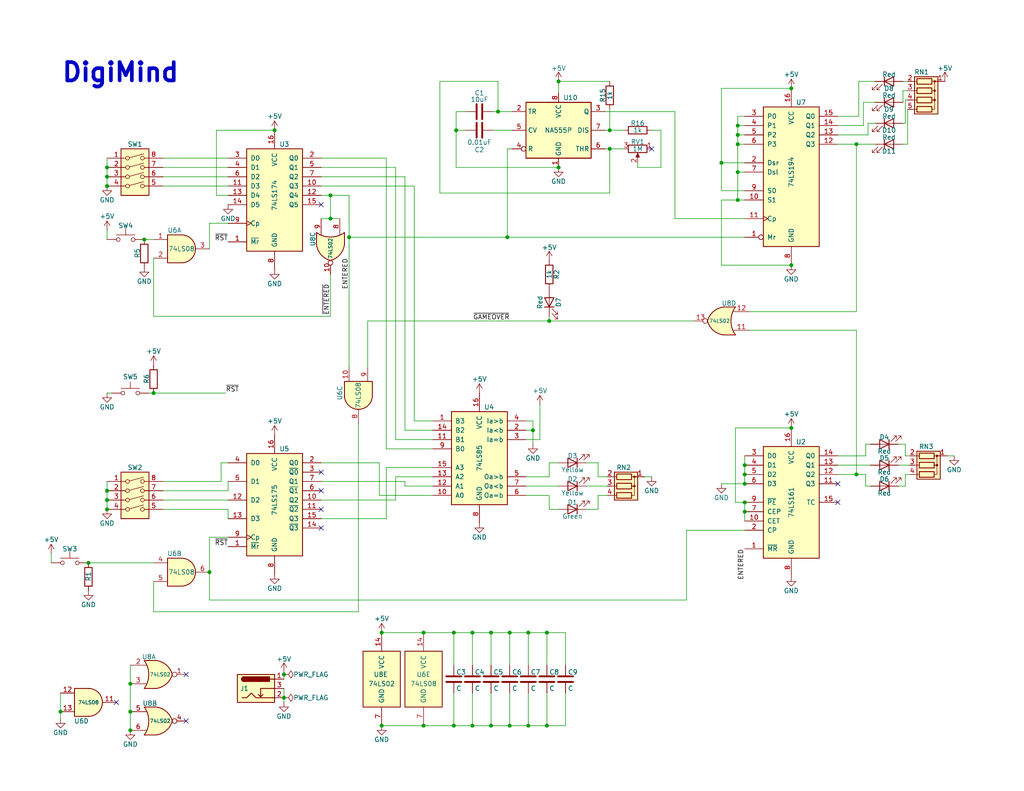
<source format=kicad_sch>
(kicad_sch (version 20231120) (generator "eeschema") (generator_version "8.0")
  (paper "USLetter")
  (title_block (title "DigiMind") (date "2024-06-24") (rev "1.1") (company "RetroStack - Marcel Erz") (comment 4 "A game to guess the master code"))
  (lib_symbols
    (symbol "74xx:74LS02" (pin_names (offset 1.016))
      (property "Reference" "U" (at 0 1.27 0))
      (property "Value" "74LS02" (at 0 -1.27 0))
      (symbol "74LS02_1_1"
        (pin output inverted (at 7.62 0 180) (length 3.81) (name "~") (number "1"))
        (pin input line (at -7.62 2.54 0) (length 4.318) (name "~") (number "2"))
        (pin input line (at -7.62 -2.54 0) (length 4.318) (name "~") (number "3"))
      )
      (symbol "74LS02_1_2"
        (pin output line (at 7.62 0 180) (length 3.81) (name "~") (number "1"))
        (pin input inverted (at -7.62 2.54 0) (length 3.81) (name "~") (number "2"))
        (pin input inverted (at -7.62 -2.54 0) (length 3.81) (name "~") (number "3"))
      )
      (symbol "74LS02_2_1"
        (pin output inverted (at 7.62 0 180) (length 3.81) (name "~") (number "4"))
        (pin input line (at -7.62 2.54 0) (length 4.318) (name "~") (number "5"))
        (pin input line (at -7.62 -2.54 0) (length 4.318) (name "~") (number "6"))
      )
      (symbol "74LS02_2_2"
        (pin output line (at 7.62 0 180) (length 3.81) (name "~") (number "4"))
        (pin input inverted (at -7.62 2.54 0) (length 3.81) (name "~") (number "5"))
        (pin input inverted (at -7.62 -2.54 0) (length 3.81) (name "~") (number "6"))
      )
      (symbol "74LS02_3_1"
        (pin output inverted (at 7.62 0 180) (length 3.81) (name "~") (number "10"))
        (pin input line (at -7.62 2.54 0) (length 4.318) (name "~") (number "8"))
        (pin input line (at -7.62 -2.54 0) (length 4.318) (name "~") (number "9"))
      )
      (symbol "74LS02_3_2"
        (pin output line (at 7.62 0 180) (length 3.81) (name "~") (number "10"))
        (pin input inverted (at -7.62 2.54 0) (length 3.81) (name "~") (number "8"))
        (pin input inverted (at -7.62 -2.54 0) (length 3.81) (name "~") (number "9"))
      )
      (symbol "74LS02_4_1"
        (pin input line (at -7.62 2.54 0) (length 4.318) (name "~") (number "11"))
        (pin input line (at -7.62 -2.54 0) (length 4.318) (name "~") (number "12"))
        (pin output inverted (at 7.62 0 180) (length 3.81) (name "~") (number "13"))
      )
      (symbol "74LS02_4_2"
        (pin input inverted (at -7.62 2.54 0) (length 3.81) (name "~") (number "11"))
        (pin input inverted (at -7.62 -2.54 0) (length 3.81) (name "~") (number "12"))
        (pin output line (at 7.62 0 180) (length 3.81) (name "~") (number "13"))
      )
      (symbol "74LS02_5_0"
        (pin power_in line (at 0 12.7 270) (length 5.08) (name "VCC") (number "14"))
        (pin power_in line (at 0 -12.7 90) (length 5.08) (name "GND") (number "7"))
      )
    )
    (symbol "74xx:74LS08" (pin_names (offset 1.016))
      (property "Reference" "U" (at 0 1.27 0))
      (property "Value" "74LS08" (at 0 -1.27 0))
      (symbol "74LS08_1_1"
        (pin input line (at -7.62 2.54 0) (length 3.81) (name "~") (number "1"))
        (pin input line (at -7.62 -2.54 0) (length 3.81) (name "~") (number "2"))
        (pin output line (at 7.62 0 180) (length 3.81) (name "~") (number "3"))
      )
      (symbol "74LS08_1_2"
        (pin input inverted (at -7.62 2.54 0) (length 4.318) (name "~") (number "1"))
        (pin input inverted (at -7.62 -2.54 0) (length 4.318) (name "~") (number "2"))
        (pin output inverted (at 7.62 0 180) (length 3.81) (name "~") (number "3"))
      )
      (symbol "74LS08_2_1"
        (pin input line (at -7.62 2.54 0) (length 3.81) (name "~") (number "4"))
        (pin input line (at -7.62 -2.54 0) (length 3.81) (name "~") (number "5"))
        (pin output line (at 7.62 0 180) (length 3.81) (name "~") (number "6"))
      )
      (symbol "74LS08_2_2"
        (pin input inverted (at -7.62 2.54 0) (length 4.318) (name "~") (number "4"))
        (pin input inverted (at -7.62 -2.54 0) (length 4.318) (name "~") (number "5"))
        (pin output inverted (at 7.62 0 180) (length 3.81) (name "~") (number "6"))
      )
      (symbol "74LS08_3_1"
        (pin input line (at -7.62 -2.54 0) (length 3.81) (name "~") (number "10"))
        (pin output line (at 7.62 0 180) (length 3.81) (name "~") (number "8"))
        (pin input line (at -7.62 2.54 0) (length 3.81) (name "~") (number "9"))
      )
      (symbol "74LS08_3_2"
        (pin input inverted (at -7.62 -2.54 0) (length 4.318) (name "~") (number "10"))
        (pin output inverted (at 7.62 0 180) (length 3.81) (name "~") (number "8"))
        (pin input inverted (at -7.62 2.54 0) (length 4.318) (name "~") (number "9"))
      )
      (symbol "74LS08_4_1"
        (pin output line (at 7.62 0 180) (length 3.81) (name "~") (number "11"))
        (pin input line (at -7.62 2.54 0) (length 3.81) (name "~") (number "12"))
        (pin input line (at -7.62 -2.54 0) (length 3.81) (name "~") (number "13"))
      )
      (symbol "74LS08_4_2"
        (pin output inverted (at 7.62 0 180) (length 3.81) (name "~") (number "11"))
        (pin input inverted (at -7.62 2.54 0) (length 4.318) (name "~") (number "12"))
        (pin input inverted (at -7.62 -2.54 0) (length 4.318) (name "~") (number "13"))
      )
      (symbol "74LS08_5_0"
        (pin power_in line (at 0 12.7 270) (length 5.08) (name "VCC") (number "14"))
        (pin power_in line (at 0 -12.7 90) (length 5.08) (name "GND") (number "7"))
      )
    )
    (symbol "74xx:74LS161" (pin_names (offset 1.016))
      (property "Reference" "U" (at -7.62 16.51 0))
      (property "Value" "74LS161" (at -7.62 -16.51 0))
      (symbol "74LS161_1_0"
        (pin input line (at -12.7 -12.7 0) (length 5.08) (name "~{MR}") (number "1"))
        (pin input line (at -12.7 -5.08 0) (length 5.08) (name "CET") (number "10"))
        (pin output line (at 12.7 5.08 180) (length 5.08) (name "Q3") (number "11"))
        (pin output line (at 12.7 7.62 180) (length 5.08) (name "Q2") (number "12"))
        (pin output line (at 12.7 10.16 180) (length 5.08) (name "Q1") (number "13"))
        (pin output line (at 12.7 12.7 180) (length 5.08) (name "Q0") (number "14"))
        (pin output line (at 12.7 0 180) (length 5.08) (name "TC") (number "15"))
        (pin power_in line (at 0 20.32 270) (length 5.08) (name "VCC") (number "16"))
        (pin input line (at -12.7 -7.62 0) (length 5.08) (name "CP") (number "2"))
        (pin input line (at -12.7 12.7 0) (length 5.08) (name "D0") (number "3"))
        (pin input line (at -12.7 10.16 0) (length 5.08) (name "D1") (number "4"))
        (pin input line (at -12.7 7.62 0) (length 5.08) (name "D2") (number "5"))
        (pin input line (at -12.7 5.08 0) (length 5.08) (name "D3") (number "6"))
        (pin input line (at -12.7 -2.54 0) (length 5.08) (name "CEP") (number "7"))
        (pin power_in line (at 0 -20.32 90) (length 5.08) (name "GND") (number "8"))
        (pin input line (at -12.7 0 0) (length 5.08) (name "~{PE}") (number "9"))
      )
    )
    (symbol "74xx:74LS174" (pin_names (offset 1.016))
      (property "Reference" "U" (at -7.62 13.97 0))
      (property "Value" "74LS174" (at -7.62 -16.51 0))
      (symbol "74LS174_1_0"
        (pin input line (at -12.7 -12.7 0) (length 5.08) (name "~{Mr}") (number "1"))
        (pin output line (at 12.7 2.54 180) (length 5.08) (name "Q3") (number "10"))
        (pin input line (at -12.7 2.54 0) (length 5.08) (name "D3") (number "11"))
        (pin output line (at 12.7 0 180) (length 5.08) (name "Q4") (number "12"))
        (pin input line (at -12.7 0 0) (length 5.08) (name "D4") (number "13"))
        (pin input line (at -12.7 -2.54 0) (length 5.08) (name "D5") (number "14"))
        (pin output line (at 12.7 -2.54 180) (length 5.08) (name "Q5") (number "15"))
        (pin power_in line (at 0 17.78 270) (length 5.08) (name "VCC") (number "16"))
        (pin output line (at 12.7 10.16 180) (length 5.08) (name "Q0") (number "2"))
        (pin input line (at -12.7 10.16 0) (length 5.08) (name "D0") (number "3"))
        (pin input line (at -12.7 7.62 0) (length 5.08) (name "D1") (number "4"))
        (pin output line (at 12.7 7.62 180) (length 5.08) (name "Q1") (number "5"))
        (pin input line (at -12.7 5.08 0) (length 5.08) (name "D2") (number "6"))
        (pin output line (at 12.7 5.08 180) (length 5.08) (name "Q2") (number "7"))
        (pin power_in line (at 0 -20.32 90) (length 5.08) (name "GND") (number "8"))
        (pin input clock (at -12.7 -7.62 0) (length 5.08) (name "Cp") (number "9"))
      )
    )
    (symbol "74xx:74LS175" (pin_names (offset 1.016))
      (property "Reference" "U" (at -7.62 13.97 0))
      (property "Value" "74LS175" (at -7.62 -16.51 0))
      (symbol "74LS175_1_0"
        (pin input line (at -12.7 -12.7 0) (length 5.08) (name "~{Mr}") (number "1"))
        (pin output line (at 12.7 0 180) (length 5.08) (name "Q2") (number "10"))
        (pin output line (at 12.7 -2.54 180) (length 5.08) (name "~{Q2}") (number "11"))
        (pin input line (at -12.7 0 0) (length 5.08) (name "D2") (number "12"))
        (pin input line (at -12.7 -5.08 0) (length 5.08) (name "D3") (number "13"))
        (pin output line (at 12.7 -7.62 180) (length 5.08) (name "~{Q3}") (number "14"))
        (pin output line (at 12.7 -5.08 180) (length 5.08) (name "Q3") (number "15"))
        (pin power_in line (at 0 17.78 270) (length 5.08) (name "VCC") (number "16"))
        (pin output line (at 12.7 10.16 180) (length 5.08) (name "Q0") (number "2"))
        (pin output line (at 12.7 7.62 180) (length 5.08) (name "~{Q0}") (number "3"))
        (pin input line (at -12.7 10.16 0) (length 5.08) (name "D0") (number "4"))
        (pin input line (at -12.7 5.08 0) (length 5.08) (name "D1") (number "5"))
        (pin output line (at 12.7 2.54 180) (length 5.08) (name "~{Q1}") (number "6"))
        (pin output line (at 12.7 5.08 180) (length 5.08) (name "Q1") (number "7"))
        (pin power_in line (at 0 -20.32 90) (length 5.08) (name "GND") (number "8"))
        (pin input clock (at -12.7 -10.16 0) (length 5.08) (name "Cp") (number "9"))
      )
    )
    (symbol "74xx:74LS194" (pin_names (offset 1.016))
      (property "Reference" "U" (at -7.62 19.05 0))
      (property "Value" "74LS194" (at -7.62 -21.59 0))
      (symbol "74LS194_1_0"
        (pin input inverted (at -12.7 -17.78 0) (length 5.08) (name "Mr") (number "1"))
        (pin input line (at -12.7 -7.62 0) (length 5.08) (name "S1") (number "10"))
        (pin input clock (at -12.7 -12.7 0) (length 5.08) (name "Cp") (number "11"))
        (pin output line (at 12.7 7.62 180) (length 5.08) (name "Q3") (number "12"))
        (pin output line (at 12.7 10.16 180) (length 5.08) (name "Q2") (number "13"))
        (pin output line (at 12.7 12.7 180) (length 5.08) (name "Q1") (number "14"))
        (pin output line (at 12.7 15.24 180) (length 5.08) (name "Q0") (number "15"))
        (pin power_in line (at 0 22.86 270) (length 5.08) (name "VCC") (number "16"))
        (pin input line (at -12.7 2.54 0) (length 5.08) (name "Dsr") (number "2"))
        (pin input line (at -12.7 15.24 0) (length 5.08) (name "P0") (number "3"))
        (pin input line (at -12.7 12.7 0) (length 5.08) (name "P1") (number "4"))
        (pin input line (at -12.7 10.16 0) (length 5.08) (name "P2") (number "5"))
        (pin input line (at -12.7 7.62 0) (length 5.08) (name "P3") (number "6"))
        (pin input line (at -12.7 0 0) (length 5.08) (name "Dsl") (number "7"))
        (pin power_in line (at 0 -25.4 90) (length 5.08) (name "GND") (number "8"))
        (pin input line (at -12.7 -5.08 0) (length 5.08) (name "S0") (number "9"))
      )
    )
    (symbol "74xx:74LS85" (pin_names (offset 1.016))
      (property "Reference" "U" (at -7.62 13.97 0))
      (property "Value" "74LS85" (at -7.62 -13.97 0))
      (symbol "74LS85_1_0"
        (pin input line (at -12.7 10.16 0) (length 5.08) (name "B3") (number "1"))
        (pin input line (at -12.7 -10.16 0) (length 5.08) (name "A0") (number "10"))
        (pin input line (at -12.7 5.08 0) (length 5.08) (name "B1") (number "11"))
        (pin input line (at -12.7 -7.62 0) (length 5.08) (name "A1") (number "12"))
        (pin input line (at -12.7 -5.08 0) (length 5.08) (name "A2") (number "13"))
        (pin input line (at -12.7 7.62 0) (length 5.08) (name "B2") (number "14"))
        (pin input line (at -12.7 -2.54 0) (length 5.08) (name "A3") (number "15"))
        (pin power_in line (at 0 17.78 270) (length 5.08) (name "VCC") (number "16"))
        (pin input line (at 12.7 7.62 180) (length 5.08) (name "Ia<b") (number "2"))
        (pin input line (at 12.7 5.08 180) (length 5.08) (name "Ia=b") (number "3"))
        (pin input line (at 12.7 10.16 180) (length 5.08) (name "Ia>b") (number "4"))
        (pin output line (at 12.7 -5.08 180) (length 5.08) (name "Oa>b") (number "5"))
        (pin output line (at 12.7 -10.16 180) (length 5.08) (name "Oa=b") (number "6"))
        (pin output line (at 12.7 -7.62 180) (length 5.08) (name "Oa<b") (number "7"))
        (pin power_in line (at 0 -17.78 90) (length 5.08) (name "GND") (number "8"))
        (pin input line (at -12.7 2.54 0) (length 5.08) (name "B0") (number "9"))
      )
    )
    (symbol "Connector:Barrel_Jack_Switch" (pin_names hide)
      (property "Reference" "J" (at 0 5.334 0))
      (property "Value" "Barrel_Jack_Switch" (at 0 -5.08 0))
      (symbol "Barrel_Jack_Switch_1_1"
        (pin passive line (at 7.62 2.54 180) (length 2.54) (name "~") (number "1"))
        (pin passive line (at 7.62 -2.54 180) (length 2.54) (name "~") (number "2"))
        (pin passive line (at 7.62 0 180) (length 2.54) (name "~") (number "3"))
      )
    )
    (symbol "Device:C" (pin_numbers hide) (pin_names (offset 0.254))
      (property "Reference" "C" (at 0.635 2.54 0))
      (property "Value" "C" (at 0.635 -2.54 0))
      (symbol "C_1_1"
        (pin passive line (at 0 3.81 270) (length 2.794) (name "~") (number "1"))
        (pin passive line (at 0 -3.81 90) (length 2.794) (name "~") (number "2"))
      )
    )
    (symbol "Device:LED" (pin_numbers hide) (pin_names (offset 1.016) hide)
      (property "Reference" "D" (at 0 2.54 0))
      (property "Value" "LED" (at 0 -2.54 0))
      (symbol "LED_1_1"
        (pin passive line (at -3.81 0 0) (length 2.54) (name "K") (number "1"))
        (pin passive line (at 3.81 0 180) (length 2.54) (name "A") (number "2"))
      )
    )
    (symbol "Device:R" (pin_numbers hide) (pin_names (offset 0))
      (property "Reference" "R" (at 2.032 0 90))
      (property "Value" "R" (at 0 0 90))
      (symbol "R_1_1"
        (pin passive line (at 0 3.81 270) (length 1.27) (name "~") (number "1"))
        (pin passive line (at 0 -3.81 90) (length 1.27) (name "~") (number "2"))
      )
    )
    (symbol "Device:R_Network03" (pin_names (offset 0) hide)
      (property "Reference" "RN" (at -5.08 0 90))
      (property "Value" "R_Network03" (at 5.08 0 90))
      (symbol "R_Network03_1_1"
        (pin passive line (at -2.54 5.08 270) (length 2.54) (name "common") (number "1"))
        (pin passive line (at -2.54 -5.08 90) (length 1.27) (name "R1") (number "2"))
        (pin passive line (at 0 -5.08 90) (length 1.27) (name "R2") (number "3"))
        (pin passive line (at 2.54 -5.08 90) (length 1.27) (name "R3") (number "4"))
      )
    )
    (symbol "Device:R_Network04" (pin_names (offset 0) hide)
      (property "Reference" "RN" (at -7.62 0 90))
      (property "Value" "R_Network04" (at 5.08 0 90))
      (symbol "R_Network04_1_1"
        (pin passive line (at -5.08 5.08 270) (length 2.54) (name "common") (number "1"))
        (pin passive line (at -5.08 -5.08 90) (length 1.27) (name "R1") (number "2"))
        (pin passive line (at -2.54 -5.08 90) (length 1.27) (name "R2") (number "3"))
        (pin passive line (at 0 -5.08 90) (length 1.27) (name "R3") (number "4"))
        (pin passive line (at 2.54 -5.08 90) (length 1.27) (name "R4") (number "5"))
      )
    )
    (symbol "Device:R_Potentiometer" (pin_names (offset 1.016) hide)
      (property "Reference" "RV" (at -4.445 0 90))
      (property "Value" "R_Potentiometer" (at -2.54 0 90))
      (symbol "R_Potentiometer_1_1"
        (pin passive line (at 0 3.81 270) (length 1.27) (name "1") (number "1"))
        (pin passive line (at 3.81 0 180) (length 1.27) (name "2") (number "2"))
        (pin passive line (at 0 -3.81 90) (length 1.27) (name "3") (number "3"))
      )
    )
    (symbol "Switch:SW_DIP_x04" (pin_names (offset 0) hide)
      (property "Reference" "SW" (at 0 8.89 0))
      (property "Value" "SW_DIP_x04" (at 0 -6.35 0))
      (symbol "SW_DIP_x04_1_1"
        (pin passive line (at -7.62 5.08 0) (length 5.08) (name "~") (number "1"))
        (pin passive line (at -7.62 2.54 0) (length 5.08) (name "~") (number "2"))
        (pin passive line (at -7.62 0 0) (length 5.08) (name "~") (number "3"))
        (pin passive line (at -7.62 -2.54 0) (length 5.08) (name "~") (number "4"))
        (pin passive line (at 7.62 -2.54 180) (length 5.08) (name "~") (number "5"))
        (pin passive line (at 7.62 0 180) (length 5.08) (name "~") (number "6"))
        (pin passive line (at 7.62 2.54 180) (length 5.08) (name "~") (number "7"))
        (pin passive line (at 7.62 5.08 180) (length 5.08) (name "~") (number "8"))
      )
    )
    (symbol "Switch:SW_Push" (pin_numbers hide) (pin_names (offset 1.016) hide)
      (property "Reference" "SW" (at 1.27 2.54 0))
      (property "Value" "SW_Push" (at 0 -1.524 0))
      (symbol "SW_Push_0_1"
        (pin passive line (at -5.08 0 0) (length 2.54) (name "1") (number "1"))
        (pin passive line (at 5.08 0 180) (length 2.54) (name "2") (number "2"))
      )
    )
    (symbol "Timer:NA555P"
      (property "Reference" "U" (at -10.16 8.89 0))
      (property "Value" "NA555P" (at 2.54 8.89 0))
      (symbol "NA555P_0_0"
        (pin power_in line (at 0 -10.16 90) (length 2.54) (name "GND") (number "1"))
        (pin power_in line (at 0 10.16 270) (length 2.54) (name "VCC") (number "8"))
      )
      (symbol "NA555P_1_1"
        (pin input line (at -12.7 5.08 0) (length 3.81) (name "TR") (number "2"))
        (pin output line (at 12.7 5.08 180) (length 3.81) (name "Q") (number "3"))
        (pin input inverted (at -12.7 -5.08 0) (length 3.81) (name "R") (number "4"))
        (pin input line (at -12.7 0 0) (length 3.81) (name "CV") (number "5"))
        (pin input line (at 12.7 -5.08 180) (length 3.81) (name "THR") (number "6"))
        (pin input line (at 12.7 0 180) (length 3.81) (name "DIS") (number "7"))
      )
    )
    (symbol "power:+5V" (power) (pin_names (offset 0))
      (property "Value" "+5V" (at 0 3.556 0))
      (symbol "+5V_1_1"
        (pin power_in line (at 0 0 90) (length 0) hide (name "+5V") (number "1"))
      )
    )
    (symbol "power:GND" (power) (pin_names (offset 0))
      (property "Value" "GND" (at 0 -3.81 0))
      (symbol "GND_1_1"
        (pin power_in line (at 0 0 270) (length 0) hide (name "GND") (number "1"))
      )
    )
    (symbol "power:PWR_FLAG" (power) (pin_numbers hide) (pin_names (offset 0) hide)
      (property "Value" "PWR_FLAG" (at 0 3.81 0))
      (symbol "PWR_FLAG_0_0"
        (pin power_out line (at 0 0 90) (length 0) (name "pwr") (number "1"))
      )
    )
  )
  (junction (at 133.985 198.12))
  (junction (at 104.14 172.72))
  (junction (at 29.21 136.525))
  (junction (at 201.295 34.29))
  (junction (at 29.21 133.985))
  (junction (at 16.51 194.31))
  (junction (at 233.68 129.54))
  (junction (at 139.065 172.72))
  (junction (at 135.89 30.48))
  (junction (at 203.2 127))
  (junction (at 123.825 198.12))
  (junction (at 35.56 194.31))
  (junction (at 152.4 22.225))
  (junction (at 128.905 172.72))
  (junction (at 104.14 198.12))
  (junction (at 29.21 45.72))
  (junction (at 90.17 59.69))
  (junction (at 203.2 139.7))
  (junction (at 203.2 137.16))
  (junction (at 41.91 107.315))
  (junction (at 215.9 24.13))
  (junction (at 149.225 198.12))
  (junction (at 149.225 172.72))
  (junction (at 95.25 64.77))
  (junction (at 203.2 129.54))
  (junction (at 215.9 116.84))
  (junction (at 29.21 139.065))
  (junction (at 201.295 36.83))
  (junction (at 123.825 172.72))
  (junction (at 203.2 132.08))
  (junction (at 39.37 65.405))
  (junction (at 77.47 184.15))
  (junction (at 35.56 199.39))
  (junction (at 24.13 153.67))
  (junction (at 149.86 87.63))
  (junction (at 138.43 64.77))
  (junction (at 74.93 35.56))
  (junction (at 201.295 46.99))
  (junction (at 29.21 48.26))
  (junction (at 166.37 35.56))
  (junction (at 145.415 117.475))
  (junction (at 139.065 198.12))
  (junction (at 128.905 198.12))
  (junction (at 124.46 35.56))
  (junction (at 201.295 39.37))
  (junction (at 57.15 156.21))
  (junction (at 144.145 172.72))
  (junction (at 201.295 54.61))
  (junction (at 166.37 40.64))
  (junction (at 215.9 72.39))
  (junction (at 115.57 198.12))
  (junction (at 144.145 198.12))
  (junction (at 152.4 45.72))
  (junction (at 35.56 186.69))
  (junction (at 133.985 172.72))
  (junction (at 77.47 190.5))
  (junction (at 115.57 172.72))
  (junction (at 196.85 44.45))
  (junction (at 90.17 53.34))
  (junction (at 233.68 39.37))
  (junction (at 29.21 50.8))
  (no_connect (at 50.8 184.15))
  (no_connect (at 31.75 191.77))
  (no_connect (at 228.6 132.08))
  (no_connect (at 87.63 133.985))
  (no_connect (at 177.8 40.64))
  (no_connect (at 87.63 128.905))
  (no_connect (at 50.8 196.85))
  (no_connect (at 87.63 144.145))
  (no_connect (at 87.63 55.88))
  (no_connect (at 228.6 137.16))
  (no_connect (at 87.63 139.065))
  (wire (pts (xy 196.85 72.39) (xy 215.9 72.39)))
  (wire (pts (xy 123.825 172.72) (xy 123.825 181.61)))
  (wire (pts (xy 203.2 129.54) (xy 203.2 132.08)))
  (wire (pts (xy 149.225 172.72) (xy 144.145 172.72)))
  (wire (pts (xy 152.4 132.715) (xy 143.51 132.715)))
  (wire (pts (xy 154.305 181.61) (xy 154.305 172.72)))
  (wire (pts (xy 173.99 44.45) (xy 173.99 45.72)))
  (wire (pts (xy 149.86 87.63) (xy 189.23 87.63)))
  (wire (pts (xy 77.47 183.515) (xy 77.47 184.15)))
  (wire (pts (xy 204.47 90.17) (xy 233.68 90.17)))
  (wire (pts (xy 154.305 172.72) (xy 149.225 172.72)))
  (wire (pts (xy 163.195 126.365) (xy 160.02 126.365)))
  (wire (pts (xy 203.2 139.7) (xy 203.2 137.16)))
  (wire (pts (xy 247.015 129.54) (xy 247.015 132.715)))
  (wire (pts (xy 57.15 60.96) (xy 62.23 60.96)))
  (wire (pts (xy 118.11 114.935) (xy 113.03 114.935)))
  (wire (pts (xy 110.49 132.715) (xy 110.49 131.445)))
  (wire (pts (xy 184.15 59.69) (xy 203.2 59.69)))
  (wire (pts (xy 44.45 136.525) (xy 62.23 136.525)))
  (wire (pts (xy 135.89 30.48) (xy 139.7 30.48)))
  (wire (pts (xy 166.37 35.56) (xy 170.18 35.56)))
  (wire (pts (xy 87.63 136.525) (xy 107.95 136.525)))
  (wire (pts (xy 246.38 39.37) (xy 247.65 39.37)))
  (wire (pts (xy 97.79 115.57) (xy 97.79 167.005)))
  (wire (pts (xy 246.38 33.655) (xy 247.015 33.655)))
  (wire (pts (xy 233.68 39.37) (xy 238.76 39.37)))
  (wire (pts (xy 201.295 46.99) (xy 201.295 54.61)))
  (wire (pts (xy 77.47 184.15) (xy 77.47 185.42)))
  (wire (pts (xy 228.6 34.29) (xy 235.585 34.29)))
  (wire (pts (xy 44.45 45.72) (xy 62.23 45.72)))
  (wire (pts (xy 154.305 189.23) (xy 154.305 198.12)))
  (wire (pts (xy 187.325 163.83) (xy 187.325 144.78)))
  (wire (pts (xy 203.2 52.07) (xy 196.85 52.07)))
  (wire (pts (xy 228.6 31.75) (xy 234.315 31.75)))
  (wire (pts (xy 95.25 64.77) (xy 138.43 64.77)))
  (wire (pts (xy 247.65 24.765) (xy 246.38 24.765)))
  (wire (pts (xy 118.11 130.175) (xy 107.95 130.175)))
  (wire (pts (xy 44.45 131.445) (xy 60.325 131.445)))
  (wire (pts (xy 133.985 189.23) (xy 133.985 198.12)))
  (wire (pts (xy 62.23 131.445) (xy 62.23 133.985)))
  (wire (pts (xy 95.25 53.34) (xy 95.25 64.77)))
  (wire (pts (xy 39.37 65.405) (xy 41.91 65.405)))
  (wire (pts (xy 247.015 124.46) (xy 248.285 124.46)))
  (wire (pts (xy 201.295 31.75) (xy 201.295 34.29)))
  (wire (pts (xy 236.22 132.715) (xy 237.49 132.715)))
  (wire (pts (xy 166.37 40.64) (xy 166.37 52.705)))
  (wire (pts (xy 107.95 120.015) (xy 118.11 120.015)))
  (wire (pts (xy 41.91 167.005) (xy 97.79 167.005)))
  (wire (pts (xy 228.6 39.37) (xy 233.68 39.37)))
  (wire (pts (xy 145.415 117.475) (xy 143.51 117.475)))
  (wire (pts (xy 87.63 50.8) (xy 113.03 50.8)))
  (wire (pts (xy 152.4 22.225) (xy 152.4 25.4)))
  (wire (pts (xy 203.2 54.61) (xy 201.295 54.61)))
  (wire (pts (xy 234.315 22.225) (xy 238.76 22.225)))
  (wire (pts (xy 104.14 172.72) (xy 115.57 172.72)))
  (wire (pts (xy 196.85 54.61) (xy 196.85 72.39)))
  (wire (pts (xy 105.41 43.18) (xy 105.41 122.555)))
  (wire (pts (xy 123.825 189.23) (xy 123.825 198.12)))
  (wire (pts (xy 203.2 127) (xy 203.2 129.54)))
  (wire (pts (xy 35.56 194.31) (xy 35.56 199.39)))
  (wire (pts (xy 149.86 139.065) (xy 149.86 135.255)))
  (wire (pts (xy 152.4 126.365) (xy 149.86 126.365)))
  (wire (pts (xy 180.34 45.72) (xy 180.34 35.56)))
  (wire (pts (xy 201.295 46.99) (xy 203.2 46.99)))
  (wire (pts (xy 165.1 30.48) (xy 184.15 30.48)))
  (wire (pts (xy 35.56 181.61) (xy 35.56 186.69)))
  (wire (pts (xy 13.97 153.67) (xy 13.97 151.13)))
  (wire (pts (xy 41.91 70.485) (xy 41.91 86.36)))
  (wire (pts (xy 201.295 39.37) (xy 203.2 39.37)))
  (wire (pts (xy 44.45 43.18) (xy 62.23 43.18)))
  (wire (pts (xy 152.4 22.225) (xy 166.37 22.225)))
  (wire (pts (xy 134.62 35.56) (xy 139.7 35.56)))
  (wire (pts (xy 77.47 190.5) (xy 77.47 191.77)))
  (wire (pts (xy 149.225 189.23) (xy 149.225 198.12)))
  (wire (pts (xy 143.51 114.935) (xy 145.415 114.935)))
  (wire (pts (xy 144.145 189.23) (xy 144.145 198.12)))
  (wire (pts (xy 135.89 22.225) (xy 135.89 30.48)))
  (wire (pts (xy 236.855 33.655) (xy 236.855 36.83)))
  (wire (pts (xy 163.195 130.175) (xy 163.195 126.365)))
  (wire (pts (xy 235.585 27.94) (xy 238.76 27.94)))
  (wire (pts (xy 128.905 189.23) (xy 128.905 198.12)))
  (wire (pts (xy 149.86 86.36) (xy 149.86 87.63)))
  (wire (pts (xy 128.905 198.12) (xy 123.825 198.12)))
  (wire (pts (xy 138.43 40.64) (xy 138.43 64.77)))
  (wire (pts (xy 103.505 126.365) (xy 103.505 135.255)))
  (wire (pts (xy 87.63 43.18) (xy 105.41 43.18)))
  (wire (pts (xy 87.63 45.72) (xy 107.95 45.72)))
  (wire (pts (xy 203.2 144.78) (xy 187.325 144.78)))
  (wire (pts (xy 160.02 132.715) (xy 165.735 132.715)))
  (wire (pts (xy 149.225 198.12) (xy 144.145 198.12)))
  (wire (pts (xy 118.11 127.635) (xy 105.41 127.635)))
  (wire (pts (xy 177.8 130.175) (xy 175.895 130.175)))
  (wire (pts (xy 165.735 135.255) (xy 163.195 135.255)))
  (wire (pts (xy 110.49 117.475) (xy 118.11 117.475)))
  (wire (pts (xy 149.86 130.175) (xy 143.51 130.175)))
  (wire (pts (xy 201.295 36.83) (xy 201.295 39.37)))
  (wire (pts (xy 228.6 129.54) (xy 233.68 129.54)))
  (wire (pts (xy 201.295 34.29) (xy 203.2 34.29)))
  (wire (pts (xy 247.65 29.845) (xy 247.65 39.37)))
  (wire (pts (xy 247.65 27.305) (xy 247.015 27.305)))
  (wire (pts (xy 16.51 194.31) (xy 16.51 196.215)))
  (wire (pts (xy 128.905 172.72) (xy 123.825 172.72)))
  (wire (pts (xy 145.415 114.935) (xy 145.415 117.475)))
  (wire (pts (xy 24.13 153.67) (xy 41.91 153.67)))
  (wire (pts (xy 41.91 107.315) (xy 61.595 107.315)))
  (wire (pts (xy 166.37 40.64) (xy 170.18 40.64)))
  (wire (pts (xy 62.23 146.685) (xy 57.15 146.685)))
  (wire (pts (xy 133.985 172.72) (xy 128.905 172.72)))
  (wire (pts (xy 57.15 60.96) (xy 57.15 67.945)))
  (wire (pts (xy 41.91 158.75) (xy 41.91 167.005)))
  (wire (pts (xy 95.25 64.77) (xy 95.25 100.33)))
  (wire (pts (xy 163.195 130.175) (xy 165.735 130.175)))
  (wire (pts (xy 105.41 122.555) (xy 118.11 122.555)))
  (wire (pts (xy 180.34 35.56) (xy 177.8 35.56)))
  (wire (pts (xy 41.91 86.36) (xy 90.17 86.36)))
  (wire (pts (xy 147.32 110.49) (xy 147.32 120.015)))
  (wire (pts (xy 29.21 133.985) (xy 29.21 136.525)))
  (wire (pts (xy 245.11 132.715) (xy 247.015 132.715)))
  (wire (pts (xy 138.43 40.64) (xy 139.7 40.64)))
  (wire (pts (xy 103.505 135.255) (xy 118.11 135.255)))
  (wire (pts (xy 30.48 107.315) (xy 29.21 107.315)))
  (wire (pts (xy 40.64 107.315) (xy 41.91 107.315)))
  (wire (pts (xy 149.86 126.365) (xy 149.86 130.175)))
  (wire (pts (xy 113.03 114.935) (xy 113.03 50.8)))
  (wire (pts (xy 124.46 45.72) (xy 152.4 45.72)))
  (wire (pts (xy 203.2 31.75) (xy 201.295 31.75)))
  (wire (pts (xy 124.46 35.56) (xy 127 35.56)))
  (wire (pts (xy 203.2 124.46) (xy 203.2 127)))
  (wire (pts (xy 29.21 65.405) (xy 29.21 62.865)))
  (wire (pts (xy 234.315 31.75) (xy 234.315 22.225)))
  (wire (pts (xy 144.145 172.72) (xy 144.145 181.61)))
  (wire (pts (xy 57.15 156.21) (xy 57.15 163.83)))
  (wire (pts (xy 120.015 22.225) (xy 135.89 22.225)))
  (wire (pts (xy 110.49 48.26) (xy 87.63 48.26)))
  (wire (pts (xy 196.85 44.45) (xy 203.2 44.45)))
  (wire (pts (xy 149.86 135.255) (xy 143.51 135.255)))
  (wire (pts (xy 29.21 131.445) (xy 29.21 133.985)))
  (wire (pts (xy 128.905 172.72) (xy 128.905 181.61)))
  (wire (pts (xy 120.015 22.225) (xy 120.015 52.705)))
  (wire (pts (xy 200.66 116.84) (xy 215.9 116.84)))
  (wire (pts (xy 196.85 44.45) (xy 196.85 24.13)))
  (wire (pts (xy 62.23 141.605) (xy 62.23 139.065)))
  (wire (pts (xy 248.285 129.54) (xy 247.015 129.54)))
  (wire (pts (xy 196.85 24.13) (xy 215.9 24.13)))
  (wire (pts (xy 44.45 50.8) (xy 62.23 50.8)))
  (wire (pts (xy 124.46 35.56) (xy 124.46 45.72)))
  (wire (pts (xy 144.145 198.12) (xy 139.065 198.12)))
  (wire (pts (xy 59.055 53.34) (xy 59.055 35.56)))
  (wire (pts (xy 90.17 74.93) (xy 90.17 86.36)))
  (wire (pts (xy 233.68 129.54) (xy 236.22 129.54)))
  (wire (pts (xy 29.21 136.525) (xy 29.21 139.065)))
  (wire (pts (xy 201.295 54.61) (xy 196.85 54.61)))
  (wire (pts (xy 247.015 27.305) (xy 247.015 33.655)))
  (wire (pts (xy 110.49 48.26) (xy 110.49 117.475)))
  (wire (pts (xy 29.21 48.26) (xy 29.21 50.8)))
  (wire (pts (xy 236.22 124.46) (xy 228.6 124.46)))
  (wire (pts (xy 16.51 189.23) (xy 16.51 194.31)))
  (wire (pts (xy 62.23 53.34) (xy 59.055 53.34)))
  (wire (pts (xy 127 30.48) (xy 124.46 30.48)))
  (wire (pts (xy 160.02 139.065) (xy 163.195 139.065)))
  (wire (pts (xy 118.11 132.715) (xy 110.49 132.715)))
  (wire (pts (xy 87.63 126.365) (xy 103.505 126.365)))
  (wire (pts (xy 173.99 45.72) (xy 180.34 45.72)))
  (wire (pts (xy 245.11 121.285) (xy 247.015 121.285)))
  (wire (pts (xy 196.85 52.07) (xy 196.85 44.45)))
  (wire (pts (xy 105.41 141.605) (xy 87.63 141.605)))
  (wire (pts (xy 165.1 35.56) (xy 166.37 35.56)))
  (wire (pts (xy 236.855 33.655) (xy 238.76 33.655)))
  (wire (pts (xy 165.1 40.64) (xy 166.37 40.64)))
  (wire (pts (xy 134.62 30.48) (xy 135.89 30.48)))
  (wire (pts (xy 147.32 120.015) (xy 143.51 120.015)))
  (wire (pts (xy 163.195 135.255) (xy 163.195 139.065)))
  (wire (pts (xy 139.065 172.72) (xy 133.985 172.72)))
  (wire (pts (xy 235.585 34.29) (xy 235.585 27.94)))
  (wire (pts (xy 29.21 45.72) (xy 29.21 48.26)))
  (wire (pts (xy 57.15 163.83) (xy 187.325 163.83)))
  (wire (pts (xy 201.295 36.83) (xy 203.2 36.83)))
  (wire (pts (xy 236.22 121.285) (xy 237.49 121.285)))
  (wire (pts (xy 124.46 30.48) (xy 124.46 35.56)))
  (wire (pts (xy 44.45 133.985) (xy 62.23 133.985)))
  (wire (pts (xy 228.6 36.83) (xy 236.855 36.83)))
  (wire (pts (xy 245.11 127) (xy 248.285 127)))
  (wire (pts (xy 149.86 139.065) (xy 152.4 139.065)))
  (wire (pts (xy 201.295 39.37) (xy 201.295 46.99)))
  (wire (pts (xy 138.43 64.77) (xy 203.2 64.77)))
  (wire (pts (xy 247.015 121.285) (xy 247.015 124.46)))
  (wire (pts (xy 166.37 29.845) (xy 166.37 35.56)))
  (wire (pts (xy 35.56 186.69) (xy 35.56 194.31)))
  (wire (pts (xy 201.295 34.29) (xy 201.295 36.83)))
  (wire (pts (xy 139.065 189.23) (xy 139.065 198.12)))
  (wire (pts (xy 120.015 52.705) (xy 166.37 52.705)))
  (wire (pts (xy 260.35 124.46) (xy 258.445 124.46)))
  (wire (pts (xy 59.055 35.56) (xy 74.93 35.56)))
  (wire (pts (xy 233.68 129.54) (xy 233.68 90.17)))
  (wire (pts (xy 29.21 43.18) (xy 29.21 45.72)))
  (wire (pts (xy 60.325 126.365) (xy 60.325 131.445)))
  (wire (pts (xy 123.825 172.72) (xy 115.57 172.72)))
  (wire (pts (xy 228.6 127) (xy 237.49 127)))
  (wire (pts (xy 44.45 48.26) (xy 62.23 48.26)))
  (wire (pts (xy 246.38 24.765) (xy 246.38 27.94)))
  (wire (pts (xy 184.15 30.48) (xy 184.15 59.69)))
  (wire (pts (xy 236.22 129.54) (xy 236.22 132.715)))
  (wire (pts (xy 87.63 59.69) (xy 90.17 59.69)))
  (wire (pts (xy 154.305 198.12) (xy 149.225 198.12)))
  (wire (pts (xy 200.66 137.16) (xy 200.66 116.84)))
  (wire (pts (xy 133.985 172.72) (xy 133.985 181.61)))
  (wire (pts (xy 44.45 139.065) (xy 62.23 139.065)))
  (wire (pts (xy 100.33 87.63) (xy 100.33 100.33)))
  (wire (pts (xy 62.23 126.365) (xy 60.325 126.365)))
  (wire (pts (xy 236.22 121.285) (xy 236.22 124.46)))
  (wire (pts (xy 139.065 172.72) (xy 139.065 181.61)))
  (wire (pts (xy 107.95 130.175) (xy 107.95 136.525)))
  (wire (pts (xy 57.15 146.685) (xy 57.15 156.21)))
  (wire (pts (xy 104.14 198.12) (xy 115.57 198.12)))
  (wire (pts (xy 233.68 39.37) (xy 233.68 85.09)))
  (wire (pts (xy 144.145 172.72) (xy 139.065 172.72)))
  (wire (pts (xy 90.17 53.34) (xy 87.63 53.34)))
  (wire (pts (xy 77.47 187.96) (xy 77.47 190.5)))
  (wire (pts (xy 203.2 137.16) (xy 200.66 137.16)))
  (wire (pts (xy 133.985 198.12) (xy 128.905 198.12)))
  (wire (pts (xy 145.415 121.285) (xy 145.415 117.475)))
  (wire (pts (xy 246.38 22.225) (xy 247.65 22.225)))
  (wire (pts (xy 196.85 132.08) (xy 203.2 132.08)))
  (wire (pts (xy 123.825 198.12) (xy 115.57 198.12)))
  (wire (pts (xy 100.33 87.63) (xy 149.86 87.63)))
  (wire (pts (xy 110.49 131.445) (xy 87.63 131.445)))
  (wire (pts (xy 105.41 127.635) (xy 105.41 141.605)))
  (wire (pts (xy 203.2 142.24) (xy 203.2 139.7)))
  (wire (pts (xy 90.17 53.34) (xy 95.25 53.34)))
  (wire (pts (xy 139.065 198.12) (xy 133.985 198.12)))
  (wire (pts (xy 107.95 45.72) (xy 107.95 120.015)))
  (wire (pts (xy 90.17 53.34) (xy 90.17 59.69)))
  (wire (pts (xy 149.225 172.72) (xy 149.225 181.61)))
  (wire (pts (xy 92.71 59.69) (xy 90.17 59.69)))
  (wire (pts (xy 204.47 85.09) (xy 233.68 85.09)))
  (text "DigiMind" (at 16.51 22.86 0) (effects (font (size 5 5) (thickness 1) (bold yes)) (justify left bottom)))
  (label "~{ENTERED}" (at 90.17 77.47 270))
  (label "ENTERED" (at 95.25 70.485 270))
  (label "~{RST}" (at 62.23 66.04 180))
  (label "~{RST}" (at 62.23 149.225 180))
  (label "~{RST}" (at 61.595 107.315 0))
  (label "ENTERED" (at 203.2 149.86 270))
  (label "~{GAMEOVER}" (at 139.065 87.63 180))
  (symbol (lib_id "power:GND") (at 29.21 139.065 0) (unit 1)
    (property "Reference" "#PWR03" (effects (hide yes)))
    (property "Value" "GND" (at 29.21 142.875 0))
  )
  (symbol (lib_id "power:+5V") (at 130.81 107.315 0) (unit 1)
    (property "Reference" "#PWR013" (effects (hide yes)))
    (property "Value" "+5V" (at 130.81 103.505 0))
  )
  (symbol (lib_id "Device:R") (at 166.37 26.035 0) (unit 1)
    (property "Reference" "R15" (at 164.465 26.035 90))
    (property "Value" "1k" (at 166.37 27.305 90) (effects (justify left)))
    (property "Footprint" "Resistor_THT:R_Axial_DIN0207_L6.3mm_D2.5mm_P10.16mm_Horizontal" (effects (hide yes)))
  )
  (symbol (lib_id "Device:C") (at 149.225 185.42 0) (unit 1)
    (property "Reference" "C8" (at 149.86 183.515 0) (effects (justify left)))
    (property "Value" "C" (at 149.86 187.96 0) (effects (justify left)))
    (property "Footprint" "Capacitor_THT:C_Disc_D5.1mm_W3.2mm_P5.00mm" (effects (hide yes)))
  )
  (symbol (lib_id "power:GND") (at 74.93 73.66 0) (unit 1)
    (property "Reference" "#PWR016" (effects (hide yes)))
    (property "Value" "GND" (at 74.93 77.47 0))
  )
  (symbol (lib_id "Device:LED") (at 242.57 27.94 0) (unit 1)
    (property "Reference" "D9" (at 242.57 29.845 0))
    (property "Value" "Red" (at 242.57 26.035 0))
    (property "Footprint" "LED_THT:LED_D5.0mm" (effects (hide yes)))
  )
  (symbol (lib_id "power:GND") (at 62.23 55.88 0) (unit 1)
    (property "Reference" "#PWR02" (effects (hide yes)))
    (property "Value" "GND" (at 62.23 59.69 0))
  )
  (symbol (lib_id "Device:R_Network04") (at 252.73 27.305 270) (unit 1)
    (property "Reference" "RN1" (at 251.46 19.685 90))
    (property "Value" "R_Network04" (effects (hide yes)))
    (property "Footprint" "Resistor_THT:R_Array_SIP5" (effects (hide yes)))
    (property "Datasheet" "http://www.vishay.com/docs/31509/csc.pdf" (effects (hide yes)))
  )
  (symbol (lib_id "Device:C") (at 144.145 185.42 0) (unit 1)
    (property "Reference" "C7" (at 144.78 183.515 0) (effects (justify left)))
    (property "Value" "C" (at 144.78 187.96 0) (effects (justify left)))
    (property "Footprint" "Capacitor_THT:C_Disc_D5.1mm_W3.2mm_P5.00mm" (effects (hide yes)))
  )
  (symbol (lib_id "power:+5V") (at 13.97 151.13 0) (unit 1)
    (property "Reference" "#PWR05" (effects (hide yes)))
    (property "Value" "+5V" (at 13.97 147.32 0))
  )
  (symbol (lib_id "Switch:SW_Push") (at 19.05 153.67 0) (unit 1)
    (property "Reference" "SW3" (at 19.05 149.86 0))
    (property "Value" "SW_Push" (effects (hide yes)))
    (property "Footprint" "RetroStackLibrary:SW_SPST_Push" (effects (hide yes)))
  )
  (symbol (lib_id "power:GND") (at 16.51 196.215 0) (unit 1)
    (property "Reference" "#PWR031" (effects (hide yes)))
    (property "Value" "GND" (at 16.51 200.025 0))
  )
  (symbol (lib_id "power:GND") (at 29.21 50.8 0) (unit 1)
    (property "Reference" "#PWR01" (effects (hide yes)))
    (property "Value" "GND" (at 29.21 54.61 0))
  )
  (symbol (lib_id "Device:LED") (at 242.57 22.225 0) (unit 1)
    (property "Reference" "D8" (at 242.57 24.13 0))
    (property "Value" "Red" (at 242.57 20.32 0))
    (property "Footprint" "LED_THT:LED_D5.0mm" (effects (hide yes)))
  )
  (symbol (lib_id "power:GND") (at 35.56 199.39 0) (unit 1)
    (property "Reference" "#PWR034" (effects (hide yes)))
    (property "Value" "GND" (at 35.56 203.2 0))
  )
  (symbol (lib_id "power:GND") (at 77.47 191.77 0) (unit 1)
    (property "Reference" "#PWR032" (effects (hide yes)))
    (property "Value" "GND" (at 77.47 195.58 0))
  )
  (symbol (lib_id "power:+5V") (at 41.91 99.695 0) (unit 1)
    (property "Reference" "#PWR021" (effects (hide yes)))
    (property "Value" "+5V" (at 41.91 95.885 0))
  )
  (symbol (lib_id "power:GND") (at 260.35 124.46 0) (unit 1)
    (property "Reference" "#PWR026" (effects (hide yes)))
    (property "Value" "GND" (at 260.35 128.27 0))
  )
  (symbol (lib_id "Switch:SW_DIP_x04") (at 36.83 136.525 0) (unit 1)
    (property "Reference" "SW2" (at 36.83 127.635 0))
    (property "Value" "SW_DIP_x04" (effects (hide yes)))
    (property "Footprint" "Package_DIP:DIP-8_W7.62mm" (effects (hide yes)))
  )
  (symbol (lib_id "Device:R") (at 149.86 74.93 180) (unit 1)
    (property "Reference" "R2" (at 151.892 74.93 90))
    (property "Value" "1k" (at 149.86 73.66 90) (effects (justify left)))
    (property "Footprint" "Resistor_THT:R_Axial_DIN0207_L6.3mm_D2.5mm_P10.16mm_Horizontal" (effects (hide yes)))
  )
  (symbol (lib_id "Device:C") (at 130.81 30.48 90) (unit 1)
    (property "Reference" "C1" (at 130.81 25.4 90))
    (property "Value" "10uF" (at 130.81 27.1581 90))
    (property "Footprint" "Capacitor_THT:C_Disc_D5.1mm_W3.2mm_P5.00mm" (effects (hide yes)))
  )
  (symbol (lib_id "Device:C") (at 130.81 35.56 90) (unit 1)
    (property "Reference" "C2" (at 130.81 40.894 90))
    (property "Value" "0.01uF" (at 130.81 38.862 90))
    (property "Footprint" "Capacitor_THT:C_Disc_D5.1mm_W3.2mm_P5.00mm" (effects (hide yes)))
  )
  (symbol (lib_id "Device:C") (at 139.065 185.42 0) (unit 1)
    (property "Reference" "C6" (at 139.7 183.515 0) (effects (justify left)))
    (property "Value" "C" (at 139.7 187.96 0) (effects (justify left)))
    (property "Footprint" "Capacitor_THT:C_Disc_D5.1mm_W3.2mm_P5.00mm" (effects (hide yes)))
  )
  (symbol (lib_id "74xx:74LS02") (at 104.14 185.42 0) (unit 5)
    (property "Reference" "U8" (at 103.886 184.15 0))
    (property "Value" "74LS02" (at 104.14 186.69 0))
    (property "Datasheet" "http://www.ti.com/lit/gpn/sn74ls02" (effects (hide yes)))
    (property "Description" "quad 2-input NOR gate" (effects (hide yes)))
  )
  (symbol (lib_id "74xx:74LS194") (at 215.9 46.99 0) (unit 1)
    (property "Reference" "U7" (at 217.17 27.94 0) (effects (justify left)))
    (property "Value" "74LS194" (at 215.9 46.99 90))
    (property "Footprint" "Package_DIP:DIP-16_W7.62mm" (effects (hide yes)))
    (property "Datasheet" "http://www.ti.com/lit/gpn/sn74LS194" (effects (hide yes)))
  )
  (symbol (lib_id "Switch:SW_Push") (at 34.29 65.405 0) (unit 1)
    (property "Reference" "SW4" (at 34.29 61.595 0))
    (property "Value" "SW_Push" (effects (hide yes)))
    (property "Footprint" "RetroStackLibrary:SW_SPST_Push" (effects (hide yes)))
  )
  (symbol (lib_id "Device:R") (at 24.13 157.48 180) (unit 1)
    (property "Reference" "R1" (at 24.13 158.75 90) (effects (justify right)))
    (property "Value" "R" (effects (hide yes)))
    (property "Footprint" "Resistor_THT:R_Axial_DIN0207_L6.3mm_D2.5mm_P10.16mm_Horizontal" (effects (hide yes)))
  )
  (symbol (lib_id "power:+5V") (at 215.9 116.84 0) (unit 1)
    (property "Reference" "#PWR019" (effects (hide yes)))
    (property "Value" "+5V" (at 215.9 113.03 0))
  )
  (symbol (lib_id "Device:LED") (at 149.86 82.55 90) (unit 1)
    (property "Reference" "D7" (at 152.4 82.55 0))
    (property "Value" "Red" (at 147.32 82.55 0))
    (property "Footprint" "LED_THT:LED_D5.0mm" (effects (hide yes)))
  )
  (symbol (lib_id "Switch:SW_Push") (at 35.56 107.315 0) (unit 1)
    (property "Reference" "SW5" (at 35.56 102.87 0))
    (property "Value" "SW_Push" (effects (hide yes)))
    (property "Footprint" "RetroStackLibrary:SW_SPST_Push" (effects (hide yes)))
  )
  (symbol (lib_id "power:GND") (at 196.85 132.08 0) (unit 1)
    (property "Reference" "#PWR018" (effects (hide yes)))
    (property "Value" "GND" (at 196.85 135.89 0))
  )
  (symbol (lib_id "power:+5V") (at 152.4 22.225 0) (unit 1)
    (property "Reference" "#PWR028" (effects (hide yes)))
    (property "Value" "+5V" (at 152.4 18.6492 0))
  )
  (symbol (lib_id "power:+5V") (at 77.47 183.515 0) (unit 1)
    (property "Reference" "#PWR033" (effects (hide yes)))
    (property "Value" "+5V" (at 77.47 179.9392 0))
  )
  (symbol (lib_id "Switch:SW_DIP_x04") (at 36.83 48.26 0) (unit 1)
    (property "Reference" "SW1" (at 36.83 39.37 0))
    (property "Value" "SW_DIP_x04" (effects (hide yes)))
    (property "Footprint" "Package_DIP:DIP-8_W7.62mm" (effects (hide yes)))
  )
  (symbol (lib_id "power:GND") (at 215.9 157.48 0) (unit 1)
    (property "Reference" "#PWR020" (effects (hide yes)))
    (property "Value" "GND" (at 215.9 161.29 0))
  )
  (symbol (lib_id "power:+5V") (at 74.93 118.745 0) (unit 1)
    (property "Reference" "#PWR09" (effects (hide yes)))
    (property "Value" "+5V" (at 74.93 114.935 0))
  )
  (symbol (lib_id "Timer:NA555P") (at 152.4 35.56 0) (unit 1)
    (property "Reference" "U10" (at 153.67 26.67 0) (effects (justify left)))
    (property "Value" "NA555P" (at 148.59 35.56 0) (effects (justify left)))
    (property "Footprint" "Package_DIP:DIP-8_W7.62mm" (effects (hide yes)))
    (property "Datasheet" "http://www.ti.com/lit/ds/symlink/ne555.pdf" (effects (hide yes)))
  )
  (symbol (lib_id "power:+5V") (at 215.9 24.13 0) (unit 1)
    (property "Reference" "#PWR024" (effects (hide yes)))
    (property "Value" "+5V" (at 215.9 20.32 0))
  )
  (symbol (lib_id "74xx:74LS08") (at 49.53 156.21 0) (unit 2)
    (property "Reference" "U6" (at 47.625 151.13 0))
    (property "Value" "74LS08" (at 49.53 156.21 0))
    (property "Footprint" "Package_DIP:DIP-14_W7.62mm" (effects (hide yes)))
    (property "Datasheet" "http://www.ti.com/lit/gpn/sn74LS08" (effects (hide yes)))
  )
  (symbol (lib_id "Device:R") (at 39.37 69.215 180) (unit 1)
    (property "Reference" "R5" (at 37.465 70.485 90) (effects (justify right)))
    (property "Value" "R" (effects (hide yes)))
    (property "Footprint" "Resistor_THT:R_Axial_DIN0207_L6.3mm_D2.5mm_P10.16mm_Horizontal" (effects (hide yes)))
  )
  (symbol (lib_id "74xx:74LS02") (at 43.18 196.85 0) (unit 2)
    (property "Reference" "U8" (at 40.894 192.024 0))
    (property "Value" "74LS02" (at 43.688 196.85 0) (effects (font (size 1 1))))
    (property "Datasheet" "http://www.ti.com/lit/gpn/sn74ls02" (effects (hide yes)))
    (property "Description" "quad 2-input NOR gate" (effects (hide yes)))
  )
  (symbol (lib_id "74xx:74LS174") (at 74.93 53.34 0) (unit 1)
    (property "Reference" "U3" (at 76.2 39.37 0) (effects (justify left)))
    (property "Value" "74LS174" (at 74.93 53.34 90))
    (property "Footprint" "Package_DIP:DIP-16_W7.62mm" (effects (hide yes)))
    (property "Datasheet" "http://www.ti.com/lit/gpn/sn74LS174" (effects (hide yes)))
  )
  (symbol (lib_id "power:GND") (at 215.9 72.39 0) (unit 1)
    (property "Reference" "#PWR025" (effects (hide yes)))
    (property "Value" "GND" (at 215.9 76.2 0))
  )
  (symbol (lib_id "74xx:74LS08") (at 24.13 191.77 0) (unit 4)
    (property "Reference" "U6" (at 22.225 196.85 0))
    (property "Value" "74LS08" (at 24.13 191.77 0) (effects (font (size 1 1))))
    (property "Footprint" "Package_DIP:DIP-14_W7.62mm" (effects (hide yes)))
    (property "Datasheet" "http://www.ti.com/lit/gpn/sn74LS08" (effects (hide yes)))
  )
  (symbol (lib_id "power:+5V") (at 29.21 62.865 0) (unit 1)
    (property "Reference" "#PWR015" (effects (hide yes)))
    (property "Value" "+5V" (at 29.21 59.055 0))
  )
  (symbol (lib_id "power:+5V") (at 104.14 172.72 0) (unit 1)
    (property "Reference" "#PWR029" (effects (hide yes)))
    (property "Value" "+5V" (at 104.14 168.91 0))
  )
  (symbol (lib_id "power:GND") (at 130.81 142.875 0) (unit 1)
    (property "Reference" "#PWR011" (effects (hide yes)))
    (property "Value" "GND" (at 130.81 146.685 0))
  )
  (symbol (lib_id "74xx:74LS08") (at 115.57 185.42 0) (unit 5)
    (property "Reference" "U6" (at 115.57 184.15 0))
    (property "Value" "74LS08" (at 115.57 186.69 0))
    (property "Footprint" "Package_DIP:DIP-14_W7.62mm" (effects (hide yes)))
    (property "Datasheet" "http://www.ti.com/lit/gpn/sn74LS08" (effects (hide yes)))
  )
  (symbol (lib_id "Device:LED") (at 156.21 139.065 180) (unit 1)
    (property "Reference" "D1" (at 156.21 137.16 0))
    (property "Value" "Green" (at 156.21 140.97 0))
    (property "Footprint" "LED_THT:LED_D5.0mm" (effects (hide yes)))
  )
  (symbol (lib_id "Device:C") (at 133.985 185.42 0) (unit 1)
    (property "Reference" "C5" (at 134.62 183.515 0) (effects (justify left)))
    (property "Value" "C" (at 134.62 187.96 0) (effects (justify left)))
    (property "Footprint" "Capacitor_THT:C_Disc_D5.1mm_W3.2mm_P5.00mm" (effects (hide yes)))
  )
  (symbol (lib_id "Device:LED") (at 241.3 127 180) (unit 1)
    (property "Reference" "D5" (at 241.3 125.095 0))
    (property "Value" "Red" (at 241.3 128.905 0))
    (property "Footprint" "LED_THT:LED_D5.0mm" (effects (hide yes)))
  )
  (symbol (lib_id "Device:R_Potentiometer") (at 173.99 40.64 270) (unit 1)
    (property "Reference" "RV1" (at 173.99 38.735 90))
    (property "Value" "1M" (at 173.99 40.64 90))
    (property "Footprint" "Potentiometer_THT:Potentiometer_Bourns_3386P_Vertical" (effects (hide yes)))
  )
  (symbol (lib_id "power:+5V") (at 74.93 35.56 0) (unit 1)
    (property "Reference" "#PWR017" (effects (hide yes)))
    (property "Value" "+5V" (at 74.93 31.75 0))
  )
  (symbol (lib_id "power:GND") (at 29.21 107.315 0) (unit 1)
    (property "Reference" "#PWR022" (effects (hide yes)))
    (property "Value" "GND" (at 29.21 111.125 0))
  )
  (symbol (lib_id "74xx:74LS08") (at 97.79 107.95 270) (unit 3)
    (property "Reference" "U6" (at 92.71 107.315 0))
    (property "Value" "74LS08" (at 97.79 107.95 0))
    (property "Footprint" "Package_DIP:DIP-14_W7.62mm" (effects (hide yes)))
    (property "Datasheet" "http://www.ti.com/lit/gpn/sn74LS08" (effects (hide yes)))
  )
  (symbol (lib_id "Device:LED") (at 242.57 33.655 0) (unit 1)
    (property "Reference" "D10" (at 242.57 35.56 0))
    (property "Value" "Red" (at 242.57 31.75 0))
    (property "Footprint" "LED_THT:LED_D5.0mm" (effects (hide yes)))
  )
  (symbol (lib_id "power:GND") (at 104.14 198.12 0) (unit 1)
    (property "Reference" "#PWR030" (effects (hide yes)))
    (property "Value" "GND" (at 104.14 201.93 0))
  )
  (symbol (lib_id "power:PWR_FLAG") (at 77.47 190.5 270) (unit 1)
    (property "Reference" "#FLG01" (effects (hide yes)))
    (property "Value" "PWR_FLAG" (at 80.01 190.5 90) (effects (justify left)))
  )
  (symbol (lib_id "Device:R_Network03") (at 253.365 127 270) (unit 1)
    (property "Reference" "RN3" (at 252.73 121.92 90))
    (property "Value" "R_Network03" (effects (hide yes)))
    (property "Footprint" "Resistor_THT:R_Array_SIP4" (effects (hide yes)))
    (property "Datasheet" "http://www.vishay.com/docs/31509/csc.pdf" (effects (hide yes)))
  )
  (symbol (lib_id "power:GND") (at 145.415 121.285 0) (unit 1)
    (property "Reference" "#PWR012" (effects (hide yes)))
    (property "Value" "GND" (at 145.415 125.095 0))
  )
  (symbol (lib_id "Device:LED") (at 156.21 132.715 180) (unit 1)
    (property "Reference" "D2" (at 156.21 130.81 0))
    (property "Value" "Yellow" (at 156.21 134.62 0))
    (property "Footprint" "LED_THT:LED_D5.0mm" (effects (hide yes)))
  )
  (symbol (lib_id "power:GND") (at 177.8 130.175 0) (unit 1)
    (property "Reference" "#PWR06" (effects (hide yes)))
    (property "Value" "GND" (at 177.8 133.985 0))
  )
  (symbol (lib_id "Device:LED") (at 242.57 39.37 0) (unit 1)
    (property "Reference" "D11" (at 242.57 41.275 0))
    (property "Value" "Red" (at 242.57 37.465 0))
    (property "Footprint" "LED_THT:LED_D5.0mm" (effects (hide yes)))
  )
  (symbol (lib_id "74xx:74LS02") (at 196.85 87.63 180) (unit 4)
    (property "Reference" "U8" (at 198.882 82.804 0))
    (property "Value" "74LS02" (at 196.342 87.63 0) (effects (font (size 1 1))))
    (property "Datasheet" "http://www.ti.com/lit/gpn/sn74ls02" (effects (hide yes)))
    (property "Description" "quad 2-input NOR gate" (effects (hide yes)))
  )
  (symbol (lib_id "Device:C") (at 128.905 185.42 0) (unit 1)
    (property "Reference" "C4" (at 129.54 183.515 0) (effects (justify left)))
    (property "Value" "C" (at 129.54 187.96 0) (effects (justify left)))
    (property "Footprint" "Capacitor_THT:C_Disc_D5.1mm_W3.2mm_P5.00mm" (effects (hide yes)))
  )
  (symbol (lib_id "Device:LED") (at 156.21 126.365 180) (unit 1)
    (property "Reference" "D3" (at 156.21 124.46 0))
    (property "Value" "Yellow" (at 156.21 128.27 0))
    (property "Footprint" "LED_THT:LED_D5.0mm" (effects (hide yes)))
  )
  (symbol (lib_id "Device:C") (at 154.305 185.42 0) (unit 1)
    (property "Reference" "C9" (at 154.94 183.515 0) (effects (justify left)))
    (property "Value" "C" (at 154.94 187.96 0) (effects (justify left)))
    (property "Footprint" "Capacitor_THT:C_Disc_D5.1mm_W3.2mm_P5.00mm" (effects (hide yes)))
  )
  (symbol (lib_id "74xx:74LS175") (at 74.93 136.525 0) (unit 1)
    (property "Reference" "U5" (at 76.2 122.555 0) (effects (justify left)))
    (property "Value" "74LS175" (at 74.93 136.525 90))
    (property "Footprint" "Package_DIP:DIP-16_W7.62mm" (effects (hide yes)))
    (property "Datasheet" "http://www.ti.com/lit/gpn/sn74LS175" (effects (hide yes)))
  )
  (symbol (lib_id "power:GND") (at 24.13 161.29 0) (unit 1)
    (property "Reference" "#PWR07" (effects (hide yes)))
    (property "Value" "GND" (at 24.13 165.1 0))
  )
  (symbol (lib_id "74xx:74LS161") (at 215.9 137.16 0) (unit 1)
    (property "Reference" "U2" (at 217.17 120.65 0) (effects (justify left)))
    (property "Value" "74LS161" (at 215.9 137.16 90))
    (property "Footprint" "Package_DIP:DIP-16_W7.62mm" (effects (hide yes)))
    (property "Datasheet" "http://www.ti.com/lit/gpn/sn74LS161" (effects (hide yes)))
  )
  (symbol (lib_id "power:+5V") (at 147.32 110.49 0) (unit 1)
    (property "Reference" "#PWR010" (effects (hide yes)))
    (property "Value" "+5V" (at 147.32 106.68 0))
  )
  (symbol (lib_id "Device:R") (at 41.91 103.505 180) (unit 1)
    (property "Reference" "R6" (at 40.005 104.775 90) (effects (justify right)))
    (property "Value" "R" (effects (hide yes)))
    (property "Footprint" "Resistor_THT:R_Axial_DIN0207_L6.3mm_D2.5mm_P10.16mm_Horizontal" (effects (hide yes)))
  )
  (symbol (lib_id "power:GND") (at 74.93 156.845 0) (unit 1)
    (property "Reference" "#PWR08" (effects (hide yes)))
    (property "Value" "GND" (at 74.93 160.655 0))
  )
  (symbol (lib_id "74xx:74LS02") (at 43.18 184.15 0) (unit 1)
    (property "Reference" "U8" (at 40.64 179.324 0))
    (property "Value" "74LS02" (at 43.688 184.15 0) (effects (font (size 1 1))))
    (property "Datasheet" "http://www.ti.com/lit/gpn/sn74ls02" (effects (hide yes)))
    (property "Description" "quad 2-input NOR gate" (effects (hide yes)))
  )
  (symbol (lib_id "Device:R") (at 173.99 35.56 90) (unit 1)
    (property "Reference" "R16" (at 173.99 33.655 90))
    (property "Value" "1k" (at 173.99 35.56 90))
    (property "Footprint" "Resistor_THT:R_Axial_DIN0207_L6.3mm_D2.5mm_P10.16mm_Horizontal" (effects (hide yes)))
  )
  (symbol (lib_id "Device:LED") (at 241.3 132.715 180) (unit 1)
    (property "Reference" "D6" (at 241.3 130.81 0))
    (property "Value" "Red" (at 241.3 134.62 0))
    (property "Footprint" "LED_THT:LED_D5.0mm" (effects (hide yes)))
  )
  (symbol (lib_id "74xx:74LS02") (at 90.17 67.31 270) (unit 3)
    (property "Reference" "U8" (at 85.344 65.278 0))
    (property "Value" "74LS02" (at 90.17 67.818 0) (effects (font (size 1 1))))
    (property "Datasheet" "http://www.ti.com/lit/gpn/sn74ls02" (effects (hide yes)))
    (property "Description" "quad 2-input NOR gate" (effects (hide yes)))
  )
  (symbol (lib_id "power:GND") (at 39.37 73.025 0) (unit 1)
    (property "Reference" "#PWR014" (effects (hide yes)))
    (property "Value" "GND" (at 39.37 76.835 0))
  )
  (symbol (lib_id "power:+5V") (at 149.86 71.12 0) (unit 1)
    (property "Reference" "#PWR04" (effects (hide yes)))
    (property "Value" "+5V" (at 147.828 67.564 0) (effects (justify left)))
  )
  (symbol (lib_id "74xx:74LS08") (at 49.53 67.945 0) (unit 1)
    (property "Reference" "U6" (at 47.625 62.865 0))
    (property "Value" "74LS08" (at 49.53 67.945 0))
    (property "Footprint" "Package_DIP:DIP-14_W7.62mm" (effects (hide yes)))
    (property "Datasheet" "http://www.ti.com/lit/gpn/sn74LS08" (effects (hide yes)))
  )
  (symbol (lib_id "Connector:Barrel_Jack_Switch") (at 69.85 187.96 0) (unit 1)
    (property "Reference" "J1" (at 66.675 187.96 0))
    (property "Value" "Barrel_Jack_Switch" (effects (hide yes)))
    (property "Footprint" "Connector_BarrelJack:BarrelJack_Horizontal" (effects (hide yes)))
  )
  (symbol (lib_id "74xx:74LS85") (at 130.81 125.095 0) (unit 1)
    (property "Reference" "U4" (at 132.08 111.125 0) (effects (justify left)))
    (property "Value" "74LS85" (at 130.81 125.095 90))
    (property "Footprint" "Package_DIP:DIP-16_W7.62mm" (effects (hide yes)))
    (property "Datasheet" "http://www.ti.com/lit/gpn/sn74LS85" (effects (hide yes)))
  )
  (symbol (lib_id "power:PWR_FLAG") (at 77.47 184.15 270) (unit 1)
    (property "Reference" "#FLG02" (effects (hide yes)))
    (property "Value" "PWR_FLAG" (at 80.01 184.15 90) (effects (justify left)))
  )
  (symbol (lib_id "Device:C") (at 123.825 185.42 0) (unit 1)
    (property "Reference" "C3" (at 124.46 183.515 0) (effects (justify left)))
    (property "Value" "C" (at 124.46 187.96 0) (effects (justify left)))
    (property "Footprint" "Capacitor_THT:C_Disc_D5.1mm_W3.2mm_P5.00mm" (effects (hide yes)))
  )
  (symbol (lib_id "Device:R_Network03") (at 170.815 132.715 270) (unit 1)
    (property "Reference" "RN2" (at 170.18 127.635 90))
    (property "Value" "R_Network03" (effects (hide yes)))
    (property "Footprint" "Resistor_THT:R_Array_SIP4" (effects (hide yes)))
    (property "Datasheet" "http://www.vishay.com/docs/31509/csc.pdf" (effects (hide yes)))
  )
  (symbol (lib_id "Device:LED") (at 241.3 121.285 180) (unit 1)
    (property "Reference" "D4" (at 241.3 119.38 0))
    (property "Value" "Red" (at 241.3 123.19 0))
    (property "Footprint" "LED_THT:LED_D5.0mm" (effects (hide yes)))
  )
  (symbol (lib_id "power:+5V") (at 257.81 22.225 0) (unit 1)
    (property "Reference" "#PWR023" (effects (hide yes)))
    (property "Value" "+5V" (at 257.81 18.6492 0))
  )
  (symbol (lib_id "power:GND") (at 152.4 45.72 0) (unit 1)
    (property "Reference" "#PWR027" (effects (hide yes)))
    (property "Value" "GND" (at 152.4 49.53 0))
  )
)
</source>
